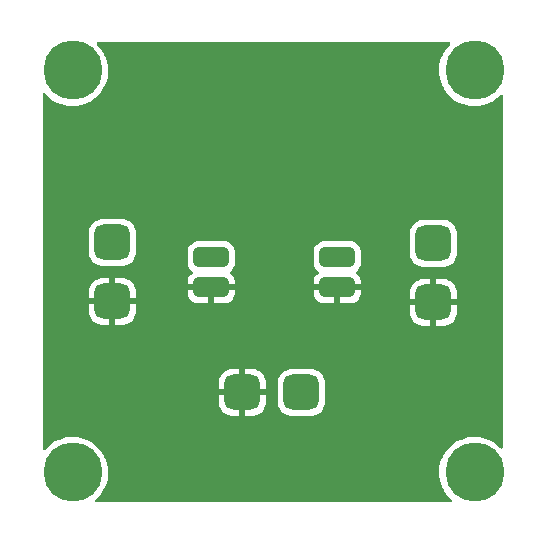
<source format=gbl>
%TF.GenerationSoftware,KiCad,Pcbnew,(6.0.2)*%
%TF.CreationDate,2022-04-05T13:44:54-03:00*%
%TF.ProjectId,EM8900,454d3839-3030-42e6-9b69-6361645f7063,rev?*%
%TF.SameCoordinates,PX5f5e100PY8583b00*%
%TF.FileFunction,Copper,L2,Bot*%
%TF.FilePolarity,Positive*%
%FSLAX46Y46*%
G04 Gerber Fmt 4.6, Leading zero omitted, Abs format (unit mm)*
G04 Created by KiCad (PCBNEW (6.0.2)) date 2022-04-05 13:44:54*
%MOMM*%
%LPD*%
G01*
G04 APERTURE LIST*
G04 Aperture macros list*
%AMRoundRect*
0 Rectangle with rounded corners*
0 $1 Rounding radius*
0 $2 $3 $4 $5 $6 $7 $8 $9 X,Y pos of 4 corners*
0 Add a 4 corners polygon primitive as box body*
4,1,4,$2,$3,$4,$5,$6,$7,$8,$9,$2,$3,0*
0 Add four circle primitives for the rounded corners*
1,1,$1+$1,$2,$3*
1,1,$1+$1,$4,$5*
1,1,$1+$1,$6,$7*
1,1,$1+$1,$8,$9*
0 Add four rect primitives between the rounded corners*
20,1,$1+$1,$2,$3,$4,$5,0*
20,1,$1+$1,$4,$5,$6,$7,0*
20,1,$1+$1,$6,$7,$8,$9,0*
20,1,$1+$1,$8,$9,$2,$3,0*%
G04 Aperture macros list end*
%TA.AperFunction,ComponentPad*%
%ADD10RoundRect,0.750000X-0.750000X0.750000X-0.750000X-0.750000X0.750000X-0.750000X0.750000X0.750000X0*%
%TD*%
%TA.AperFunction,ComponentPad*%
%ADD11RoundRect,0.425000X-1.075000X-0.425000X1.075000X-0.425000X1.075000X0.425000X-1.075000X0.425000X0*%
%TD*%
%TA.AperFunction,ComponentPad*%
%ADD12RoundRect,0.750000X0.750000X-0.750000X0.750000X0.750000X-0.750000X0.750000X-0.750000X-0.750000X0*%
%TD*%
%TA.AperFunction,ComponentPad*%
%ADD13RoundRect,0.750000X0.750000X0.750000X-0.750000X0.750000X-0.750000X-0.750000X0.750000X-0.750000X0*%
%TD*%
%TA.AperFunction,ComponentPad*%
%ADD14C,5.000000*%
%TD*%
G04 APERTURE END LIST*
D10*
X6426000Y22525000D03*
X6426000Y17525000D03*
D11*
X14808000Y21255000D03*
X14808000Y18715000D03*
X25476000Y21255000D03*
X25476000Y18715000D03*
D12*
X33604000Y17445000D03*
X33604000Y22445000D03*
D13*
X22428000Y9825000D03*
X17428000Y9825000D03*
D14*
X3048000Y3048000D03*
X37084000Y37084000D03*
X3048000Y37084000D03*
X37084000Y3048000D03*
%TA.AperFunction,Conductor*%
G36*
X35000381Y39471998D02*
G01*
X35046874Y39418342D01*
X35056978Y39348068D01*
X35027484Y39283488D01*
X35021822Y39277373D01*
X34823466Y39076929D01*
X34821225Y39074071D01*
X34764732Y39002022D01*
X34609386Y38803902D01*
X34607493Y38800813D01*
X34607491Y38800810D01*
X34561233Y38725324D01*
X34428105Y38508079D01*
X34426580Y38504794D01*
X34426578Y38504790D01*
X34387505Y38420614D01*
X34282027Y38193380D01*
X34173087Y37863977D01*
X34102730Y37524236D01*
X34071888Y37178659D01*
X34071983Y37175029D01*
X34071983Y37175028D01*
X34074367Y37084000D01*
X34080970Y36831829D01*
X34129856Y36488340D01*
X34217897Y36152747D01*
X34343927Y35829497D01*
X34345624Y35826292D01*
X34479113Y35574175D01*
X34506275Y35522874D01*
X34508325Y35519891D01*
X34508327Y35519888D01*
X34700733Y35239936D01*
X34700739Y35239929D01*
X34702790Y35236944D01*
X34705178Y35234207D01*
X34908597Y35001023D01*
X34930866Y34975495D01*
X34933551Y34973052D01*
X35143268Y34782225D01*
X35187481Y34741994D01*
X35469233Y34539534D01*
X35772388Y34370800D01*
X36092928Y34238028D01*
X36096422Y34237033D01*
X36096424Y34237032D01*
X36423103Y34143975D01*
X36423108Y34143974D01*
X36426604Y34142978D01*
X36623304Y34110767D01*
X36765412Y34087496D01*
X36765419Y34087495D01*
X36768993Y34086910D01*
X36942275Y34078738D01*
X37111931Y34070737D01*
X37111932Y34070737D01*
X37115558Y34070566D01*
X37124415Y34071170D01*
X37458073Y34093916D01*
X37458081Y34093917D01*
X37461704Y34094164D01*
X37465279Y34094827D01*
X37465282Y34094827D01*
X37799279Y34156730D01*
X37799283Y34156731D01*
X37802844Y34157391D01*
X38134456Y34259408D01*
X38452145Y34398864D01*
X38696511Y34541659D01*
X38748560Y34572074D01*
X38748562Y34572075D01*
X38751700Y34573909D01*
X38754609Y34576093D01*
X39026244Y34780042D01*
X39026248Y34780045D01*
X39029151Y34782225D01*
X39259715Y35001023D01*
X39279267Y35019577D01*
X39342449Y35051959D01*
X39413108Y35045043D01*
X39468810Y35001023D01*
X39492000Y34928180D01*
X39492000Y5197102D01*
X39471998Y5128981D01*
X39418342Y5082488D01*
X39348068Y5072384D01*
X39283488Y5101878D01*
X39273712Y5111319D01*
X39169842Y5223096D01*
X38906019Y5448422D01*
X38618047Y5641931D01*
X38309741Y5801060D01*
X37985189Y5923698D01*
X37981668Y5924582D01*
X37981663Y5924584D01*
X37820378Y5965096D01*
X37648692Y6008220D01*
X37626476Y6011145D01*
X37308315Y6053032D01*
X37308307Y6053033D01*
X37304711Y6053506D01*
X37160045Y6055779D01*
X36961446Y6058899D01*
X36961442Y6058899D01*
X36957804Y6058956D01*
X36954190Y6058595D01*
X36954184Y6058595D01*
X36710843Y6034306D01*
X36612569Y6024497D01*
X36273583Y5950586D01*
X36270156Y5949413D01*
X36270150Y5949411D01*
X36191296Y5922413D01*
X35945339Y5838203D01*
X35632188Y5688837D01*
X35338279Y5504468D01*
X35335443Y5502196D01*
X35335436Y5502191D01*
X35091384Y5306668D01*
X35067509Y5287541D01*
X34823466Y5040929D01*
X34821225Y5038071D01*
X34764732Y4966022D01*
X34609386Y4767902D01*
X34607493Y4764813D01*
X34607491Y4764810D01*
X34561233Y4689324D01*
X34428105Y4472079D01*
X34426580Y4468794D01*
X34426578Y4468790D01*
X34387505Y4384614D01*
X34282027Y4157380D01*
X34173087Y3827977D01*
X34102730Y3488236D01*
X34071888Y3142659D01*
X34071983Y3139029D01*
X34071983Y3139028D01*
X34074367Y3048000D01*
X34080970Y2795829D01*
X34129856Y2452340D01*
X34217897Y2116747D01*
X34343927Y1793497D01*
X34345624Y1790292D01*
X34479113Y1538175D01*
X34506275Y1486874D01*
X34508325Y1483891D01*
X34508327Y1483888D01*
X34700733Y1203936D01*
X34700739Y1203929D01*
X34702790Y1200944D01*
X34705178Y1198207D01*
X34908597Y965023D01*
X34930866Y939495D01*
X35164184Y727193D01*
X35201105Y666553D01*
X35199382Y595578D01*
X35159560Y536801D01*
X35094282Y508884D01*
X35079383Y508000D01*
X5053534Y508000D01*
X4985413Y528002D01*
X4938920Y581658D01*
X4928816Y651932D01*
X4958310Y716512D01*
X4977881Y734760D01*
X4990244Y744042D01*
X4990248Y744045D01*
X4993151Y746225D01*
X5244819Y985050D01*
X5467370Y1251217D01*
X5657853Y1541201D01*
X5786446Y1796879D01*
X5812117Y1847920D01*
X5812120Y1847928D01*
X5813744Y1851156D01*
X5932977Y2176974D01*
X5933822Y2180496D01*
X5933825Y2180504D01*
X6013124Y2510809D01*
X6013125Y2510813D01*
X6013971Y2514338D01*
X6048035Y2795829D01*
X6055316Y2855996D01*
X6055316Y2856003D01*
X6055652Y2858775D01*
X6061599Y3048000D01*
X6061438Y3050796D01*
X6041836Y3390754D01*
X6041835Y3390759D01*
X6041627Y3394374D01*
X5981976Y3736158D01*
X5883437Y4068820D01*
X5747316Y4387952D01*
X5697569Y4475169D01*
X5577208Y4686184D01*
X5575417Y4689324D01*
X5370018Y4968940D01*
X5133842Y5223096D01*
X4870019Y5448422D01*
X4582047Y5641931D01*
X4273741Y5801060D01*
X3949189Y5923698D01*
X3945668Y5924582D01*
X3945663Y5924584D01*
X3784378Y5965096D01*
X3612692Y6008220D01*
X3590476Y6011145D01*
X3272315Y6053032D01*
X3272307Y6053033D01*
X3268711Y6053506D01*
X3124045Y6055779D01*
X2925446Y6058899D01*
X2925442Y6058899D01*
X2921804Y6058956D01*
X2918190Y6058595D01*
X2918184Y6058595D01*
X2674843Y6034306D01*
X2576569Y6024497D01*
X2237583Y5950586D01*
X2234156Y5949413D01*
X2234150Y5949411D01*
X2155296Y5922413D01*
X1909339Y5838203D01*
X1596188Y5688837D01*
X1302279Y5504468D01*
X1299443Y5502196D01*
X1299436Y5502191D01*
X1055384Y5306668D01*
X1031509Y5287541D01*
X787466Y5040929D01*
X785225Y5038071D01*
X733154Y4971662D01*
X675381Y4930397D01*
X604470Y4926917D01*
X542934Y4962328D01*
X510311Y5025385D01*
X508000Y5049408D01*
X508000Y9015039D01*
X15420001Y9015039D01*
X15420209Y9009929D01*
X15431082Y8876233D01*
X15432852Y8865680D01*
X15485967Y8658815D01*
X15489701Y8648269D01*
X15578510Y8454295D01*
X15584046Y8444588D01*
X15705803Y8269403D01*
X15712976Y8260824D01*
X15863824Y8109976D01*
X15872403Y8102803D01*
X16047588Y7981046D01*
X16057295Y7975510D01*
X16251269Y7886701D01*
X16261815Y7882967D01*
X16468679Y7829853D01*
X16479234Y7828082D01*
X16612930Y7817207D01*
X16618036Y7817000D01*
X17155885Y7817000D01*
X17171124Y7821475D01*
X17172329Y7822865D01*
X17174000Y7830548D01*
X17174000Y7835116D01*
X17682000Y7835116D01*
X17686475Y7819877D01*
X17687865Y7818672D01*
X17695548Y7817001D01*
X18237961Y7817001D01*
X18243071Y7817209D01*
X18376767Y7828082D01*
X18387320Y7829852D01*
X18594185Y7882967D01*
X18604731Y7886701D01*
X18798705Y7975510D01*
X18808412Y7981046D01*
X18983597Y8102803D01*
X18992176Y8109976D01*
X19143024Y8260824D01*
X19150197Y8269403D01*
X19271954Y8444588D01*
X19277490Y8454295D01*
X19366299Y8648269D01*
X19370033Y8658815D01*
X19423147Y8865679D01*
X19424918Y8876234D01*
X19435793Y9009930D01*
X19435895Y9012458D01*
X20419500Y9012458D01*
X20431022Y8870800D01*
X20486890Y8653206D01*
X20580409Y8448945D01*
X20708620Y8264473D01*
X20867473Y8105620D01*
X21051945Y7977409D01*
X21256206Y7883890D01*
X21261638Y7882495D01*
X21261639Y7882495D01*
X21466673Y7829852D01*
X21473800Y7828022D01*
X21527705Y7823638D01*
X21612908Y7816707D01*
X21612918Y7816707D01*
X21615458Y7816500D01*
X23240542Y7816500D01*
X23243082Y7816707D01*
X23243092Y7816707D01*
X23328295Y7823638D01*
X23382200Y7828022D01*
X23389328Y7829852D01*
X23594361Y7882495D01*
X23594362Y7882495D01*
X23599794Y7883890D01*
X23804055Y7977409D01*
X23988527Y8105620D01*
X24147380Y8264473D01*
X24275591Y8448945D01*
X24369110Y8653206D01*
X24424978Y8870800D01*
X24436500Y9012458D01*
X24436500Y10637542D01*
X24424978Y10779200D01*
X24369110Y10996794D01*
X24275591Y11201055D01*
X24147380Y11385527D01*
X23988527Y11544380D01*
X23804055Y11672591D01*
X23599794Y11766110D01*
X23409830Y11814884D01*
X23387396Y11820644D01*
X23387395Y11820644D01*
X23382200Y11821978D01*
X23318797Y11827135D01*
X23243092Y11833293D01*
X23243082Y11833293D01*
X23240542Y11833500D01*
X21615458Y11833500D01*
X21612918Y11833293D01*
X21612908Y11833293D01*
X21537203Y11827135D01*
X21473800Y11821978D01*
X21468605Y11820644D01*
X21468604Y11820644D01*
X21446170Y11814884D01*
X21256206Y11766110D01*
X21051945Y11672591D01*
X20867473Y11544380D01*
X20708620Y11385527D01*
X20580409Y11201055D01*
X20486890Y10996794D01*
X20431022Y10779200D01*
X20419500Y10637542D01*
X20419500Y9012458D01*
X19435895Y9012458D01*
X19436000Y9015036D01*
X19436000Y9552885D01*
X19431525Y9568124D01*
X19430135Y9569329D01*
X19422452Y9571000D01*
X17700115Y9571000D01*
X17684876Y9566525D01*
X17683671Y9565135D01*
X17682000Y9557452D01*
X17682000Y7835116D01*
X17174000Y7835116D01*
X17174000Y9552885D01*
X17169525Y9568124D01*
X17168135Y9569329D01*
X17160452Y9571000D01*
X15438116Y9571000D01*
X15422877Y9566525D01*
X15421672Y9565135D01*
X15420001Y9557452D01*
X15420001Y9015039D01*
X508000Y9015039D01*
X508000Y10097115D01*
X15420000Y10097115D01*
X15424475Y10081876D01*
X15425865Y10080671D01*
X15433548Y10079000D01*
X17155885Y10079000D01*
X17171124Y10083475D01*
X17172329Y10084865D01*
X17174000Y10092548D01*
X17174000Y10097115D01*
X17682000Y10097115D01*
X17686475Y10081876D01*
X17687865Y10080671D01*
X17695548Y10079000D01*
X19417884Y10079000D01*
X19433123Y10083475D01*
X19434328Y10084865D01*
X19435999Y10092548D01*
X19435999Y10634961D01*
X19435791Y10640071D01*
X19424918Y10773767D01*
X19423148Y10784320D01*
X19370033Y10991185D01*
X19366299Y11001731D01*
X19277490Y11195705D01*
X19271954Y11205412D01*
X19150197Y11380597D01*
X19143024Y11389176D01*
X18992176Y11540024D01*
X18983597Y11547197D01*
X18808412Y11668954D01*
X18798705Y11674490D01*
X18604731Y11763299D01*
X18594185Y11767033D01*
X18387321Y11820147D01*
X18376766Y11821918D01*
X18243070Y11832793D01*
X18237964Y11833000D01*
X17700115Y11833000D01*
X17684876Y11828525D01*
X17683671Y11827135D01*
X17682000Y11819452D01*
X17682000Y10097115D01*
X17174000Y10097115D01*
X17174000Y11814884D01*
X17169525Y11830123D01*
X17168135Y11831328D01*
X17160452Y11832999D01*
X16618039Y11832999D01*
X16612929Y11832791D01*
X16479233Y11821918D01*
X16468680Y11820148D01*
X16261815Y11767033D01*
X16251269Y11763299D01*
X16057295Y11674490D01*
X16047588Y11668954D01*
X15872403Y11547197D01*
X15863824Y11540024D01*
X15712976Y11389176D01*
X15705803Y11380597D01*
X15584046Y11205412D01*
X15578510Y11195705D01*
X15489701Y11001731D01*
X15485967Y10991185D01*
X15432853Y10784321D01*
X15431082Y10773766D01*
X15420207Y10640070D01*
X15420000Y10634964D01*
X15420000Y10097115D01*
X508000Y10097115D01*
X508000Y16715039D01*
X4418001Y16715039D01*
X4418209Y16709929D01*
X4429082Y16576233D01*
X4430852Y16565680D01*
X4483967Y16358815D01*
X4487701Y16348269D01*
X4576510Y16154295D01*
X4582046Y16144588D01*
X4703803Y15969403D01*
X4710976Y15960824D01*
X4861824Y15809976D01*
X4870403Y15802803D01*
X5045588Y15681046D01*
X5055295Y15675510D01*
X5249269Y15586701D01*
X5259815Y15582967D01*
X5466679Y15529853D01*
X5477234Y15528082D01*
X5610930Y15517207D01*
X5616036Y15517000D01*
X6153885Y15517000D01*
X6169124Y15521475D01*
X6170329Y15522865D01*
X6172000Y15530548D01*
X6172000Y15535116D01*
X6680000Y15535116D01*
X6684475Y15519877D01*
X6685865Y15518672D01*
X6693548Y15517001D01*
X7235961Y15517001D01*
X7241071Y15517209D01*
X7374767Y15528082D01*
X7385320Y15529852D01*
X7592185Y15582967D01*
X7602731Y15586701D01*
X7796705Y15675510D01*
X7806412Y15681046D01*
X7981597Y15802803D01*
X7990176Y15809976D01*
X8141024Y15960824D01*
X8148197Y15969403D01*
X8269954Y16144588D01*
X8275490Y16154295D01*
X8364299Y16348269D01*
X8368033Y16358815D01*
X8421147Y16565679D01*
X8422918Y16576234D01*
X8427701Y16635039D01*
X31596001Y16635039D01*
X31596209Y16629929D01*
X31607082Y16496233D01*
X31608852Y16485680D01*
X31661967Y16278815D01*
X31665701Y16268269D01*
X31754510Y16074295D01*
X31760046Y16064588D01*
X31881803Y15889403D01*
X31888976Y15880824D01*
X32039824Y15729976D01*
X32048403Y15722803D01*
X32223588Y15601046D01*
X32233295Y15595510D01*
X32427269Y15506701D01*
X32437815Y15502967D01*
X32644679Y15449853D01*
X32655234Y15448082D01*
X32788930Y15437207D01*
X32794036Y15437000D01*
X33331885Y15437000D01*
X33347124Y15441475D01*
X33348329Y15442865D01*
X33350000Y15450548D01*
X33350000Y15455116D01*
X33858000Y15455116D01*
X33862475Y15439877D01*
X33863865Y15438672D01*
X33871548Y15437001D01*
X34413961Y15437001D01*
X34419071Y15437209D01*
X34552767Y15448082D01*
X34563320Y15449852D01*
X34770185Y15502967D01*
X34780731Y15506701D01*
X34974705Y15595510D01*
X34984412Y15601046D01*
X35159597Y15722803D01*
X35168176Y15729976D01*
X35319024Y15880824D01*
X35326197Y15889403D01*
X35447954Y16064588D01*
X35453490Y16074295D01*
X35542299Y16268269D01*
X35546033Y16278815D01*
X35599147Y16485679D01*
X35600918Y16496234D01*
X35611793Y16629930D01*
X35612000Y16635036D01*
X35612000Y17172885D01*
X35607525Y17188124D01*
X35606135Y17189329D01*
X35598452Y17191000D01*
X33876115Y17191000D01*
X33860876Y17186525D01*
X33859671Y17185135D01*
X33858000Y17177452D01*
X33858000Y15455116D01*
X33350000Y15455116D01*
X33350000Y17172885D01*
X33345525Y17188124D01*
X33344135Y17189329D01*
X33336452Y17191000D01*
X31614116Y17191000D01*
X31598877Y17186525D01*
X31597672Y17185135D01*
X31596001Y17177452D01*
X31596001Y16635039D01*
X8427701Y16635039D01*
X8433793Y16709930D01*
X8434000Y16715036D01*
X8434000Y17252885D01*
X8429525Y17268124D01*
X8428135Y17269329D01*
X8420452Y17271000D01*
X6698115Y17271000D01*
X6682876Y17266525D01*
X6681671Y17265135D01*
X6680000Y17257452D01*
X6680000Y15535116D01*
X6172000Y15535116D01*
X6172000Y17252885D01*
X6167525Y17268124D01*
X6166135Y17269329D01*
X6158452Y17271000D01*
X4436116Y17271000D01*
X4420877Y17266525D01*
X4419672Y17265135D01*
X4418001Y17257452D01*
X4418001Y16715039D01*
X508000Y16715039D01*
X508000Y17797115D01*
X4418000Y17797115D01*
X4422475Y17781876D01*
X4423865Y17780671D01*
X4431548Y17779000D01*
X6153885Y17779000D01*
X6169124Y17783475D01*
X6170329Y17784865D01*
X6172000Y17792548D01*
X6172000Y17797115D01*
X6680000Y17797115D01*
X6684475Y17781876D01*
X6685865Y17780671D01*
X6693548Y17779000D01*
X8415884Y17779000D01*
X8431123Y17783475D01*
X8432328Y17784865D01*
X8433999Y17792548D01*
X8433999Y18227175D01*
X12800001Y18227175D01*
X12800195Y18222244D01*
X12805958Y18148997D01*
X12807905Y18137668D01*
X12855464Y17960175D01*
X12860168Y17947921D01*
X12943214Y17784934D01*
X12950364Y17773923D01*
X13065485Y17631762D01*
X13074762Y17622485D01*
X13216923Y17507364D01*
X13227934Y17500214D01*
X13390921Y17417168D01*
X13403175Y17412464D01*
X13580666Y17364905D01*
X13591999Y17362958D01*
X13665246Y17357193D01*
X13670172Y17357000D01*
X14535885Y17357000D01*
X14551124Y17361475D01*
X14552329Y17362865D01*
X14554000Y17370548D01*
X14554000Y17375116D01*
X15062000Y17375116D01*
X15066475Y17359877D01*
X15067865Y17358672D01*
X15075548Y17357001D01*
X15945825Y17357001D01*
X15950756Y17357195D01*
X16024003Y17362958D01*
X16035332Y17364905D01*
X16212825Y17412464D01*
X16225079Y17417168D01*
X16388066Y17500214D01*
X16399077Y17507364D01*
X16541238Y17622485D01*
X16550515Y17631762D01*
X16665636Y17773923D01*
X16672786Y17784934D01*
X16755832Y17947921D01*
X16760536Y17960175D01*
X16808095Y18137666D01*
X16810042Y18148999D01*
X16815807Y18222246D01*
X16816000Y18227172D01*
X16816000Y18227175D01*
X23468001Y18227175D01*
X23468195Y18222244D01*
X23473958Y18148997D01*
X23475905Y18137668D01*
X23523464Y17960175D01*
X23528168Y17947921D01*
X23611214Y17784934D01*
X23618364Y17773923D01*
X23733485Y17631762D01*
X23742762Y17622485D01*
X23884923Y17507364D01*
X23895934Y17500214D01*
X24058921Y17417168D01*
X24071175Y17412464D01*
X24248666Y17364905D01*
X24259999Y17362958D01*
X24333246Y17357193D01*
X24338172Y17357000D01*
X25203885Y17357000D01*
X25219124Y17361475D01*
X25220329Y17362865D01*
X25222000Y17370548D01*
X25222000Y17375116D01*
X25730000Y17375116D01*
X25734475Y17359877D01*
X25735865Y17358672D01*
X25743548Y17357001D01*
X26613825Y17357001D01*
X26618756Y17357195D01*
X26692003Y17362958D01*
X26703332Y17364905D01*
X26880825Y17412464D01*
X26893079Y17417168D01*
X27056066Y17500214D01*
X27067077Y17507364D01*
X27209238Y17622485D01*
X27218515Y17631762D01*
X27287633Y17717115D01*
X31596000Y17717115D01*
X31600475Y17701876D01*
X31601865Y17700671D01*
X31609548Y17699000D01*
X33331885Y17699000D01*
X33347124Y17703475D01*
X33348329Y17704865D01*
X33350000Y17712548D01*
X33350000Y17717115D01*
X33858000Y17717115D01*
X33862475Y17701876D01*
X33863865Y17700671D01*
X33871548Y17699000D01*
X35593884Y17699000D01*
X35609123Y17703475D01*
X35610328Y17704865D01*
X35611999Y17712548D01*
X35611999Y18254961D01*
X35611791Y18260071D01*
X35600918Y18393767D01*
X35599148Y18404320D01*
X35546033Y18611185D01*
X35542299Y18621731D01*
X35453490Y18815705D01*
X35447954Y18825412D01*
X35326197Y19000597D01*
X35319024Y19009176D01*
X35168176Y19160024D01*
X35159597Y19167197D01*
X34984412Y19288954D01*
X34974705Y19294490D01*
X34780731Y19383299D01*
X34770185Y19387033D01*
X34563321Y19440147D01*
X34552766Y19441918D01*
X34419070Y19452793D01*
X34413964Y19453000D01*
X33876115Y19453000D01*
X33860876Y19448525D01*
X33859671Y19447135D01*
X33858000Y19439452D01*
X33858000Y17717115D01*
X33350000Y17717115D01*
X33350000Y19434884D01*
X33345525Y19450123D01*
X33344135Y19451328D01*
X33336452Y19452999D01*
X32794039Y19452999D01*
X32788929Y19452791D01*
X32655233Y19441918D01*
X32644680Y19440148D01*
X32437815Y19387033D01*
X32427269Y19383299D01*
X32233295Y19294490D01*
X32223588Y19288954D01*
X32048403Y19167197D01*
X32039824Y19160024D01*
X31888976Y19009176D01*
X31881803Y19000597D01*
X31760046Y18825412D01*
X31754510Y18815705D01*
X31665701Y18621731D01*
X31661967Y18611185D01*
X31608853Y18404321D01*
X31607082Y18393766D01*
X31596207Y18260070D01*
X31596000Y18254964D01*
X31596000Y17717115D01*
X27287633Y17717115D01*
X27333636Y17773923D01*
X27340786Y17784934D01*
X27423832Y17947921D01*
X27428536Y17960175D01*
X27476095Y18137666D01*
X27478042Y18148999D01*
X27483807Y18222246D01*
X27484000Y18227172D01*
X27484000Y18442885D01*
X27479525Y18458124D01*
X27478135Y18459329D01*
X27470452Y18461000D01*
X25748115Y18461000D01*
X25732876Y18456525D01*
X25731671Y18455135D01*
X25730000Y18447452D01*
X25730000Y17375116D01*
X25222000Y17375116D01*
X25222000Y18442885D01*
X25217525Y18458124D01*
X25216135Y18459329D01*
X25208452Y18461000D01*
X23486116Y18461000D01*
X23470877Y18456525D01*
X23469672Y18455135D01*
X23468001Y18447452D01*
X23468001Y18227175D01*
X16816000Y18227175D01*
X16816000Y18442885D01*
X16811525Y18458124D01*
X16810135Y18459329D01*
X16802452Y18461000D01*
X15080115Y18461000D01*
X15064876Y18456525D01*
X15063671Y18455135D01*
X15062000Y18447452D01*
X15062000Y17375116D01*
X14554000Y17375116D01*
X14554000Y18442885D01*
X14549525Y18458124D01*
X14548135Y18459329D01*
X14540452Y18461000D01*
X12818116Y18461000D01*
X12802877Y18456525D01*
X12801672Y18455135D01*
X12800001Y18447452D01*
X12800001Y18227175D01*
X8433999Y18227175D01*
X8433999Y18334961D01*
X8433791Y18340071D01*
X8422918Y18473767D01*
X8421148Y18484320D01*
X8368033Y18691185D01*
X8364299Y18701731D01*
X8275490Y18895705D01*
X8269954Y18905412D01*
X8148197Y19080597D01*
X8141024Y19089176D01*
X7990176Y19240024D01*
X7981597Y19247197D01*
X7806412Y19368954D01*
X7796705Y19374490D01*
X7602731Y19463299D01*
X7592185Y19467033D01*
X7385321Y19520147D01*
X7374766Y19521918D01*
X7241070Y19532793D01*
X7235964Y19533000D01*
X6698115Y19533000D01*
X6682876Y19528525D01*
X6681671Y19527135D01*
X6680000Y19519452D01*
X6680000Y17797115D01*
X6172000Y17797115D01*
X6172000Y19514884D01*
X6167525Y19530123D01*
X6166135Y19531328D01*
X6158452Y19532999D01*
X5616039Y19532999D01*
X5610929Y19532791D01*
X5477233Y19521918D01*
X5466680Y19520148D01*
X5259815Y19467033D01*
X5249269Y19463299D01*
X5055295Y19374490D01*
X5045588Y19368954D01*
X4870403Y19247197D01*
X4861824Y19240024D01*
X4710976Y19089176D01*
X4703803Y19080597D01*
X4582046Y18905412D01*
X4576510Y18895705D01*
X4487701Y18701731D01*
X4483967Y18691185D01*
X4430853Y18484321D01*
X4429082Y18473766D01*
X4418207Y18340070D01*
X4418000Y18334964D01*
X4418000Y17797115D01*
X508000Y17797115D01*
X508000Y21712458D01*
X4417500Y21712458D01*
X4429022Y21570800D01*
X4484890Y21353206D01*
X4578409Y21148945D01*
X4706620Y20964473D01*
X4865473Y20805620D01*
X4924403Y20764663D01*
X5041665Y20683164D01*
X5049945Y20677409D01*
X5254206Y20583890D01*
X5471800Y20528022D01*
X5525705Y20523638D01*
X5610908Y20516707D01*
X5610918Y20516707D01*
X5613458Y20516500D01*
X7238542Y20516500D01*
X7241082Y20516707D01*
X7241092Y20516707D01*
X7326295Y20523638D01*
X7380200Y20528022D01*
X7597794Y20583890D01*
X7802055Y20677409D01*
X7810336Y20683164D01*
X7927597Y20764663D01*
X7986527Y20805620D01*
X8145380Y20964473D01*
X8273591Y21148945D01*
X8367110Y21353206D01*
X8422978Y21570800D01*
X8434500Y21712458D01*
X8434500Y21745337D01*
X12799500Y21745337D01*
X12799501Y20764664D01*
X12805914Y20683164D01*
X12856702Y20493621D01*
X12945789Y20318779D01*
X13069280Y20166280D01*
X13172620Y20082597D01*
X13212970Y20024185D01*
X13215336Y19953228D01*
X13178963Y19892256D01*
X13172619Y19886759D01*
X13074762Y19807515D01*
X13065485Y19798238D01*
X12950364Y19656077D01*
X12943214Y19645066D01*
X12860168Y19482079D01*
X12855464Y19469825D01*
X12807905Y19292334D01*
X12805958Y19281001D01*
X12800193Y19207754D01*
X12800000Y19202827D01*
X12800000Y18987115D01*
X12804475Y18971876D01*
X12805865Y18970671D01*
X12813548Y18969000D01*
X16797884Y18969000D01*
X16813123Y18973475D01*
X16814328Y18974865D01*
X16815999Y18982548D01*
X16815999Y19202825D01*
X16815805Y19207756D01*
X16810042Y19281003D01*
X16808095Y19292332D01*
X16760536Y19469825D01*
X16755832Y19482079D01*
X16672786Y19645066D01*
X16665636Y19656077D01*
X16550515Y19798238D01*
X16541238Y19807515D01*
X16443381Y19886759D01*
X16403029Y19945174D01*
X16400665Y20016131D01*
X16437038Y20077102D01*
X16443359Y20082580D01*
X16546720Y20166280D01*
X16670211Y20318779D01*
X16759298Y20493621D01*
X16762675Y20506225D01*
X16808592Y20677587D01*
X16808593Y20677591D01*
X16810086Y20683164D01*
X16813740Y20729591D01*
X16816307Y20762206D01*
X16816307Y20762215D01*
X16816500Y20764663D01*
X16816499Y21745336D01*
X16816499Y21745337D01*
X23467500Y21745337D01*
X23467501Y20764664D01*
X23473914Y20683164D01*
X23524702Y20493621D01*
X23613789Y20318779D01*
X23737280Y20166280D01*
X23840620Y20082597D01*
X23880970Y20024185D01*
X23883336Y19953228D01*
X23846963Y19892256D01*
X23840619Y19886759D01*
X23742762Y19807515D01*
X23733485Y19798238D01*
X23618364Y19656077D01*
X23611214Y19645066D01*
X23528168Y19482079D01*
X23523464Y19469825D01*
X23475905Y19292334D01*
X23473958Y19281001D01*
X23468193Y19207754D01*
X23468000Y19202827D01*
X23468000Y18987115D01*
X23472475Y18971876D01*
X23473865Y18970671D01*
X23481548Y18969000D01*
X27465884Y18969000D01*
X27481123Y18973475D01*
X27482328Y18974865D01*
X27483999Y18982548D01*
X27483999Y19202825D01*
X27483805Y19207756D01*
X27478042Y19281003D01*
X27476095Y19292332D01*
X27428536Y19469825D01*
X27423832Y19482079D01*
X27340786Y19645066D01*
X27333636Y19656077D01*
X27218515Y19798238D01*
X27209238Y19807515D01*
X27111381Y19886759D01*
X27071029Y19945174D01*
X27068665Y20016131D01*
X27105038Y20077102D01*
X27111359Y20082580D01*
X27214720Y20166280D01*
X27338211Y20318779D01*
X27427298Y20493621D01*
X27430675Y20506225D01*
X27476592Y20677587D01*
X27476593Y20677591D01*
X27478086Y20683164D01*
X27481740Y20729591D01*
X27484307Y20762206D01*
X27484307Y20762215D01*
X27484500Y20764663D01*
X27484499Y21632458D01*
X31595500Y21632458D01*
X31607022Y21490800D01*
X31662890Y21273206D01*
X31756409Y21068945D01*
X31884620Y20884473D01*
X32043473Y20725620D01*
X32227945Y20597409D01*
X32432206Y20503890D01*
X32437638Y20502495D01*
X32437639Y20502495D01*
X32472202Y20493621D01*
X32649800Y20448022D01*
X32703705Y20443638D01*
X32788908Y20436707D01*
X32788918Y20436707D01*
X32791458Y20436500D01*
X34416542Y20436500D01*
X34419082Y20436707D01*
X34419092Y20436707D01*
X34504295Y20443638D01*
X34558200Y20448022D01*
X34735799Y20493621D01*
X34770361Y20502495D01*
X34770362Y20502495D01*
X34775794Y20503890D01*
X34980055Y20597409D01*
X35164527Y20725620D01*
X35323380Y20884473D01*
X35451591Y21068945D01*
X35545110Y21273206D01*
X35600978Y21490800D01*
X35612500Y21632458D01*
X35612500Y23257542D01*
X35600978Y23399200D01*
X35545110Y23616794D01*
X35451591Y23821055D01*
X35323380Y24005527D01*
X35164527Y24164380D01*
X34980055Y24292591D01*
X34775794Y24386110D01*
X34558200Y24441978D01*
X34504295Y24446362D01*
X34419092Y24453293D01*
X34419082Y24453293D01*
X34416542Y24453500D01*
X32791458Y24453500D01*
X32788918Y24453293D01*
X32788908Y24453293D01*
X32703705Y24446362D01*
X32649800Y24441978D01*
X32432206Y24386110D01*
X32227945Y24292591D01*
X32043473Y24164380D01*
X31884620Y24005527D01*
X31756409Y23821055D01*
X31662890Y23616794D01*
X31607022Y23399200D01*
X31595500Y23257542D01*
X31595500Y21632458D01*
X27484499Y21632458D01*
X27484499Y21745336D01*
X27478086Y21826836D01*
X27427298Y22016379D01*
X27338211Y22191221D01*
X27214720Y22343720D01*
X27062221Y22467211D01*
X26887379Y22556298D01*
X26881005Y22558006D01*
X26703413Y22605592D01*
X26703409Y22605593D01*
X26697836Y22607086D01*
X26692080Y22607539D01*
X26618794Y22613307D01*
X26618785Y22613307D01*
X26616337Y22613500D01*
X25476462Y22613500D01*
X24335664Y22613499D01*
X24285780Y22609574D01*
X24259918Y22607539D01*
X24259915Y22607539D01*
X24254164Y22607086D01*
X24064621Y22556298D01*
X23889779Y22467211D01*
X23737280Y22343720D01*
X23613789Y22191221D01*
X23524702Y22016379D01*
X23473914Y21826836D01*
X23473461Y21821082D01*
X23473461Y21821080D01*
X23467694Y21747796D01*
X23467500Y21745337D01*
X16816499Y21745337D01*
X16810086Y21826836D01*
X16759298Y22016379D01*
X16670211Y22191221D01*
X16546720Y22343720D01*
X16394221Y22467211D01*
X16219379Y22556298D01*
X16213005Y22558006D01*
X16035413Y22605592D01*
X16035409Y22605593D01*
X16029836Y22607086D01*
X16024080Y22607539D01*
X15950794Y22613307D01*
X15950785Y22613307D01*
X15948337Y22613500D01*
X14808462Y22613500D01*
X13667664Y22613499D01*
X13617780Y22609574D01*
X13591918Y22607539D01*
X13591915Y22607539D01*
X13586164Y22607086D01*
X13396621Y22556298D01*
X13221779Y22467211D01*
X13069280Y22343720D01*
X12945789Y22191221D01*
X12856702Y22016379D01*
X12805914Y21826836D01*
X12805461Y21821082D01*
X12805461Y21821080D01*
X12799694Y21747796D01*
X12799500Y21745337D01*
X8434500Y21745337D01*
X8434500Y23337542D01*
X8422978Y23479200D01*
X8367110Y23696794D01*
X8273591Y23901055D01*
X8145380Y24085527D01*
X7986527Y24244380D01*
X7802055Y24372591D01*
X7597794Y24466110D01*
X7380200Y24521978D01*
X7326295Y24526362D01*
X7241092Y24533293D01*
X7241082Y24533293D01*
X7238542Y24533500D01*
X5613458Y24533500D01*
X5610918Y24533293D01*
X5610908Y24533293D01*
X5525705Y24526362D01*
X5471800Y24521978D01*
X5254206Y24466110D01*
X5049945Y24372591D01*
X4865473Y24244380D01*
X4706620Y24085527D01*
X4578409Y23901055D01*
X4484890Y23696794D01*
X4429022Y23479200D01*
X4417500Y23337542D01*
X4417500Y21712458D01*
X508000Y21712458D01*
X508000Y35082861D01*
X528002Y35150982D01*
X581658Y35197475D01*
X651932Y35207579D01*
X716512Y35178085D01*
X728947Y35165692D01*
X801205Y35082861D01*
X872597Y35001023D01*
X894866Y34975495D01*
X897551Y34973052D01*
X1107268Y34782225D01*
X1151481Y34741994D01*
X1433233Y34539534D01*
X1736388Y34370800D01*
X2056928Y34238028D01*
X2060422Y34237033D01*
X2060424Y34237032D01*
X2387103Y34143975D01*
X2387108Y34143974D01*
X2390604Y34142978D01*
X2587304Y34110767D01*
X2729412Y34087496D01*
X2729419Y34087495D01*
X2732993Y34086910D01*
X2906275Y34078738D01*
X3075931Y34070737D01*
X3075932Y34070737D01*
X3079558Y34070566D01*
X3088415Y34071170D01*
X3422073Y34093916D01*
X3422081Y34093917D01*
X3425704Y34094164D01*
X3429279Y34094827D01*
X3429282Y34094827D01*
X3763279Y34156730D01*
X3763283Y34156731D01*
X3766844Y34157391D01*
X4098456Y34259408D01*
X4416145Y34398864D01*
X4660511Y34541659D01*
X4712560Y34572074D01*
X4712562Y34572075D01*
X4715700Y34573909D01*
X4718609Y34576093D01*
X4990244Y34780042D01*
X4990248Y34780045D01*
X4993151Y34782225D01*
X5244819Y35021050D01*
X5467370Y35287217D01*
X5657853Y35577201D01*
X5786446Y35832879D01*
X5812117Y35883920D01*
X5812120Y35883928D01*
X5813744Y35887156D01*
X5932977Y36212974D01*
X5933822Y36216496D01*
X5933825Y36216504D01*
X6013124Y36546809D01*
X6013125Y36546813D01*
X6013971Y36550338D01*
X6048035Y36831829D01*
X6055316Y36891996D01*
X6055316Y36892003D01*
X6055652Y36894775D01*
X6061599Y37084000D01*
X6061438Y37086796D01*
X6041836Y37426754D01*
X6041835Y37426759D01*
X6041627Y37430374D01*
X5981976Y37772158D01*
X5883437Y38104820D01*
X5747316Y38423952D01*
X5697569Y38511169D01*
X5577208Y38722184D01*
X5575417Y38725324D01*
X5370018Y39004940D01*
X5133842Y39259096D01*
X5131089Y39261448D01*
X5131083Y39261453D01*
X5120853Y39270190D01*
X5082044Y39329640D01*
X5081538Y39400635D01*
X5119495Y39460634D01*
X5183863Y39490586D01*
X5202684Y39492000D01*
X34932260Y39492000D01*
X35000381Y39471998D01*
G37*
%TD.AperFunction*%
M02*

</source>
